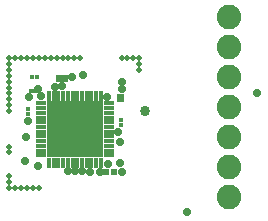
<source format=gbr>
G04 EAGLE Gerber X2 export*
%TF.Part,Single*%
%TF.FileFunction,Soldermask,Top,1*%
%TF.FilePolarity,Negative*%
%TF.GenerationSoftware,Autodesk,EAGLE,8.6.3*%
%TF.CreationDate,2018-03-01T00:52:03Z*%
G75*
%MOMM*%
%FSLAX34Y34*%
%LPD*%
%AMOC8*
5,1,8,0,0,1.08239X$1,22.5*%
G01*
%ADD10C,0.503200*%
%ADD11R,0.883200X0.433200*%
%ADD12R,4.803200X4.803200*%
%ADD13R,0.433200X0.883200*%
%ADD14R,0.328200X0.353200*%
%ADD15R,0.503200X0.403200*%
%ADD16R,0.453200X0.453200*%
%ADD17R,0.553200X0.603200*%
%ADD18C,2.082800*%
%ADD19R,0.414800X0.403200*%
%ADD20C,0.711200*%
%ADD21C,0.858000*%


D10*
X40000Y145000D03*
X40000Y140000D03*
X40000Y135000D03*
X40000Y130000D03*
X40000Y125000D03*
X40000Y120000D03*
X40000Y115000D03*
X40000Y110000D03*
X40000Y105000D03*
X40000Y75000D03*
X40000Y70000D03*
X40000Y50000D03*
X40000Y45000D03*
X40000Y40000D03*
X45000Y40000D03*
X50000Y40000D03*
X55000Y40000D03*
X60000Y40000D03*
X65000Y40000D03*
X40000Y150000D03*
X45000Y150000D03*
X50000Y150000D03*
X55000Y150000D03*
X60000Y150000D03*
X65000Y150000D03*
X70000Y150000D03*
X75000Y150000D03*
X80000Y150000D03*
X85000Y150000D03*
X90000Y150000D03*
X95000Y150000D03*
X100000Y150000D03*
X135000Y150000D03*
X140000Y150000D03*
X145000Y150000D03*
X150000Y150000D03*
X150000Y145000D03*
X150000Y140000D03*
D11*
X66920Y111600D03*
D12*
X95520Y89600D03*
D11*
X66920Y107600D03*
X66920Y103600D03*
X66920Y99600D03*
X66920Y95600D03*
X66920Y91600D03*
X66920Y87600D03*
X66920Y83600D03*
X66920Y79600D03*
X66920Y75600D03*
X66920Y71600D03*
X66920Y67600D03*
D13*
X73520Y61000D03*
X77520Y61000D03*
X81520Y61000D03*
X85520Y61000D03*
X89520Y61000D03*
X93520Y61000D03*
X97520Y61000D03*
X101520Y61000D03*
X105520Y61000D03*
X109520Y61000D03*
X113520Y61000D03*
X117520Y61000D03*
D11*
X124120Y67600D03*
X124120Y71600D03*
X124120Y75600D03*
X124120Y79600D03*
X124120Y83600D03*
X124120Y87600D03*
X124120Y91600D03*
X124120Y95600D03*
X124120Y99600D03*
X124120Y103600D03*
X124120Y107600D03*
X124120Y111600D03*
D13*
X117520Y118200D03*
X113520Y118200D03*
X109520Y118200D03*
X105520Y118200D03*
X101520Y118200D03*
X97520Y118200D03*
X93520Y118200D03*
X89520Y118200D03*
X85520Y118200D03*
X81520Y118200D03*
X77520Y118200D03*
X73520Y118200D03*
D14*
X60588Y121772D03*
X58225Y121772D03*
D15*
X87350Y134270D03*
X87350Y131270D03*
X81950Y131270D03*
X81950Y134270D03*
D14*
X135303Y114430D03*
X132940Y114430D03*
X135343Y117910D03*
X132980Y117910D03*
D16*
X55670Y106966D03*
X55670Y102394D03*
X134780Y97756D03*
X134780Y93184D03*
D17*
X128173Y53717D03*
X121973Y53717D03*
D18*
X225959Y184637D03*
X225959Y159237D03*
X225959Y133837D03*
X225959Y108437D03*
X225959Y83037D03*
X225959Y57637D03*
X225959Y32237D03*
D19*
X63046Y134089D03*
X59130Y134089D03*
D20*
X64540Y123876D03*
X92920Y134040D03*
X55630Y96940D03*
X84590Y125970D03*
X135460Y123510D03*
X133490Y78890D03*
X135390Y53145D03*
D21*
X155000Y105000D03*
X95290Y91770D03*
X99278Y73171D03*
X111499Y73034D03*
X111554Y83063D03*
D20*
X53000Y63000D03*
X123342Y60411D03*
X135000Y130000D03*
X102727Y135858D03*
X56310Y116648D03*
X131661Y87446D03*
X95646Y54044D03*
X101742Y54044D03*
X108656Y53617D03*
X54205Y83172D03*
X89530Y54470D03*
X66540Y117780D03*
X64407Y58371D03*
X133810Y60790D03*
X250000Y120000D03*
X123020Y117337D03*
X78494Y125156D03*
X116328Y53427D03*
X190000Y20000D03*
M02*

</source>
